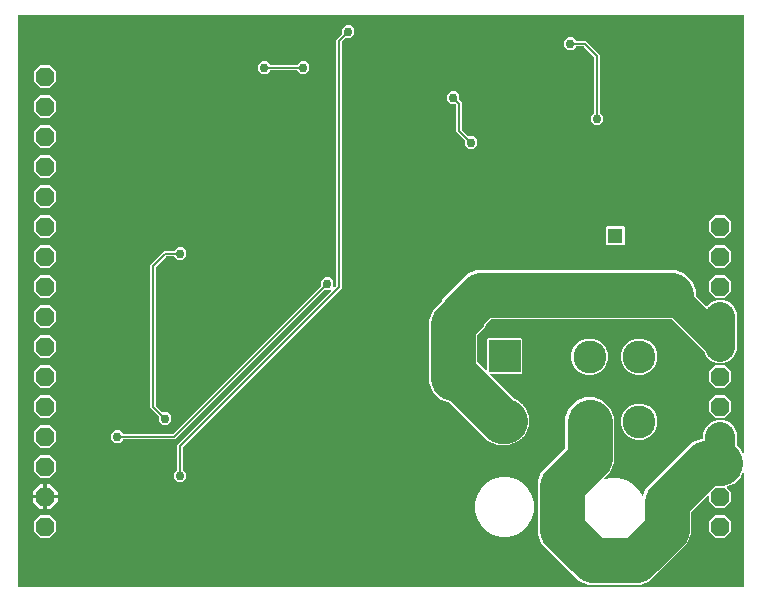
<source format=gbr>
G04 EAGLE Gerber RS-274X export*
G75*
%MOMM*%
%FSLAX34Y34*%
%LPD*%
%INBottom Copper*%
%IPPOS*%
%AMOC8*
5,1,8,0,0,1.08239X$1,22.5*%
G01*
%ADD10P,1.732040X8X22.500000*%
%ADD11C,2.775000*%
%ADD12R,2.705100X2.705100*%
%ADD13R,1.308000X1.308000*%
%ADD14C,1.308000*%
%ADD15C,0.756400*%
%ADD16C,0.152400*%
%ADD17C,2.540000*%
%ADD18C,3.810000*%

G36*
X623898Y10164D02*
X623898Y10164D01*
X623917Y10162D01*
X624019Y10184D01*
X624121Y10200D01*
X624138Y10210D01*
X624158Y10214D01*
X624247Y10267D01*
X624338Y10316D01*
X624352Y10330D01*
X624369Y10340D01*
X624436Y10419D01*
X624508Y10494D01*
X624516Y10512D01*
X624529Y10527D01*
X624568Y10623D01*
X624611Y10717D01*
X624613Y10737D01*
X624621Y10755D01*
X624639Y10922D01*
X624639Y105916D01*
X624624Y106012D01*
X624614Y106109D01*
X624604Y106133D01*
X624600Y106159D01*
X624554Y106245D01*
X624514Y106334D01*
X624497Y106353D01*
X624484Y106376D01*
X624414Y106443D01*
X624348Y106515D01*
X624325Y106527D01*
X624306Y106545D01*
X624218Y106586D01*
X624132Y106633D01*
X624107Y106638D01*
X624083Y106649D01*
X623986Y106660D01*
X623890Y106677D01*
X623864Y106673D01*
X623839Y106676D01*
X623743Y106655D01*
X623647Y106641D01*
X623624Y106629D01*
X623598Y106624D01*
X623515Y106574D01*
X623428Y106530D01*
X623409Y106511D01*
X623387Y106498D01*
X623324Y106424D01*
X623256Y106354D01*
X623240Y106326D01*
X623227Y106311D01*
X623215Y106280D01*
X623175Y106207D01*
X621962Y103280D01*
X616175Y97493D01*
X610640Y95200D01*
X610601Y95176D01*
X610558Y95160D01*
X610497Y95111D01*
X610431Y95070D01*
X610402Y95035D01*
X610366Y95006D01*
X610324Y94941D01*
X610274Y94881D01*
X610258Y94838D01*
X610233Y94799D01*
X610214Y94724D01*
X610186Y94651D01*
X610184Y94605D01*
X610173Y94561D01*
X610179Y94483D01*
X610175Y94406D01*
X610188Y94361D01*
X610192Y94316D01*
X610222Y94244D01*
X610244Y94169D01*
X610270Y94132D01*
X610288Y94089D01*
X610374Y93983D01*
X610384Y93967D01*
X610388Y93964D01*
X610393Y93958D01*
X614046Y90306D01*
X614046Y82414D01*
X608466Y76834D01*
X600574Y76834D01*
X594994Y82414D01*
X594994Y86311D01*
X594993Y86320D01*
X594993Y86325D01*
X594988Y86351D01*
X594983Y86381D01*
X594981Y86453D01*
X594963Y86502D01*
X594955Y86553D01*
X594921Y86617D01*
X594896Y86684D01*
X594864Y86725D01*
X594839Y86771D01*
X594787Y86820D01*
X594743Y86876D01*
X594699Y86904D01*
X594661Y86940D01*
X594596Y86970D01*
X594536Y87009D01*
X594485Y87022D01*
X594438Y87044D01*
X594367Y87052D01*
X594297Y87069D01*
X594245Y87065D01*
X594194Y87071D01*
X594123Y87056D01*
X594052Y87050D01*
X594004Y87030D01*
X593953Y87019D01*
X593892Y86982D01*
X593826Y86954D01*
X593770Y86909D01*
X593742Y86892D01*
X593727Y86875D01*
X593695Y86849D01*
X580198Y73352D01*
X580145Y73278D01*
X580085Y73208D01*
X580073Y73178D01*
X580054Y73152D01*
X580027Y73065D01*
X579993Y72980D01*
X579989Y72939D01*
X579982Y72917D01*
X579983Y72885D01*
X579975Y72814D01*
X579975Y54351D01*
X576842Y46789D01*
X545011Y14958D01*
X537449Y11825D01*
X492431Y11825D01*
X484869Y14958D01*
X453038Y46789D01*
X449905Y54351D01*
X449905Y99369D01*
X453038Y106931D01*
X473142Y127035D01*
X473195Y127109D01*
X473255Y127179D01*
X473267Y127209D01*
X473286Y127235D01*
X473313Y127322D01*
X473347Y127407D01*
X473351Y127448D01*
X473358Y127470D01*
X473357Y127502D01*
X473365Y127574D01*
X473365Y153953D01*
X476498Y161515D01*
X482285Y167302D01*
X489847Y170435D01*
X498033Y170435D01*
X505595Y167302D01*
X511382Y161515D01*
X514515Y153953D01*
X514515Y114643D01*
X511382Y107081D01*
X506742Y102441D01*
X506714Y102402D01*
X506679Y102370D01*
X506643Y102303D01*
X506599Y102241D01*
X506585Y102196D01*
X506562Y102153D01*
X506549Y102079D01*
X506526Y102006D01*
X506528Y101958D01*
X506519Y101911D01*
X506531Y101836D01*
X506533Y101760D01*
X506549Y101715D01*
X506556Y101668D01*
X506591Y101601D01*
X506617Y101529D01*
X506647Y101492D01*
X506669Y101449D01*
X506723Y101397D01*
X506771Y101337D01*
X506811Y101311D01*
X506846Y101278D01*
X506914Y101245D01*
X506978Y101204D01*
X507024Y101193D01*
X507068Y101172D01*
X507143Y101163D01*
X507216Y101144D01*
X507264Y101148D01*
X507312Y101142D01*
X507439Y101162D01*
X507462Y101163D01*
X507468Y101166D01*
X507478Y101168D01*
X511595Y102271D01*
X518285Y102271D01*
X524748Y100539D01*
X530543Y97194D01*
X535274Y92463D01*
X538190Y87411D01*
X538204Y87394D01*
X538213Y87374D01*
X538245Y87339D01*
X538258Y87317D01*
X538287Y87292D01*
X538346Y87221D01*
X538365Y87209D01*
X538380Y87193D01*
X538469Y87144D01*
X538554Y87090D01*
X538576Y87085D01*
X538595Y87074D01*
X538695Y87056D01*
X538794Y87032D01*
X538815Y87034D01*
X538837Y87030D01*
X538938Y87045D01*
X539039Y87054D01*
X539059Y87063D01*
X539080Y87066D01*
X539171Y87112D01*
X539264Y87153D01*
X539280Y87168D01*
X539300Y87178D01*
X539371Y87250D01*
X539446Y87318D01*
X539457Y87337D01*
X539472Y87353D01*
X539553Y87500D01*
X541958Y93306D01*
X581029Y132377D01*
X588591Y135510D01*
X589534Y135510D01*
X589554Y135513D01*
X589573Y135511D01*
X589675Y135533D01*
X589777Y135549D01*
X589794Y135559D01*
X589814Y135563D01*
X589903Y135616D01*
X589994Y135665D01*
X590008Y135679D01*
X590025Y135689D01*
X590092Y135768D01*
X590164Y135843D01*
X590172Y135861D01*
X590185Y135876D01*
X590223Y135972D01*
X590267Y136066D01*
X590269Y136086D01*
X590277Y136104D01*
X590295Y136271D01*
X590295Y139989D01*
X592461Y145218D01*
X596462Y149219D01*
X601691Y151385D01*
X607349Y151385D01*
X612578Y149219D01*
X616579Y145218D01*
X618745Y139989D01*
X618745Y130123D01*
X618759Y130033D01*
X618767Y129942D01*
X618779Y129912D01*
X618784Y129880D01*
X618827Y129799D01*
X618863Y129715D01*
X618889Y129683D01*
X618900Y129663D01*
X618923Y129640D01*
X618968Y129584D01*
X621962Y126590D01*
X623175Y123663D01*
X623226Y123580D01*
X623272Y123494D01*
X623290Y123476D01*
X623304Y123454D01*
X623380Y123392D01*
X623450Y123325D01*
X623474Y123314D01*
X623494Y123297D01*
X623585Y123262D01*
X623673Y123221D01*
X623699Y123218D01*
X623723Y123209D01*
X623821Y123205D01*
X623917Y123194D01*
X623943Y123199D01*
X623969Y123198D01*
X624063Y123225D01*
X624158Y123246D01*
X624180Y123260D01*
X624205Y123267D01*
X624285Y123322D01*
X624369Y123372D01*
X624386Y123392D01*
X624407Y123407D01*
X624466Y123485D01*
X624529Y123559D01*
X624539Y123584D01*
X624554Y123605D01*
X624584Y123697D01*
X624621Y123787D01*
X624624Y123820D01*
X624630Y123838D01*
X624630Y123871D01*
X624639Y123954D01*
X624639Y493778D01*
X624636Y493798D01*
X624638Y493817D01*
X624616Y493919D01*
X624600Y494021D01*
X624590Y494038D01*
X624586Y494058D01*
X624533Y494147D01*
X624484Y494238D01*
X624470Y494252D01*
X624460Y494269D01*
X624381Y494336D01*
X624306Y494408D01*
X624288Y494416D01*
X624273Y494429D01*
X624177Y494468D01*
X624083Y494511D01*
X624063Y494513D01*
X624045Y494521D01*
X623878Y494539D01*
X10922Y494539D01*
X10902Y494536D01*
X10883Y494538D01*
X10781Y494516D01*
X10679Y494500D01*
X10662Y494490D01*
X10642Y494486D01*
X10553Y494433D01*
X10462Y494384D01*
X10448Y494370D01*
X10431Y494360D01*
X10364Y494281D01*
X10292Y494206D01*
X10284Y494188D01*
X10271Y494173D01*
X10232Y494077D01*
X10189Y493983D01*
X10187Y493963D01*
X10179Y493945D01*
X10161Y493778D01*
X10161Y10922D01*
X10164Y10902D01*
X10162Y10883D01*
X10184Y10781D01*
X10200Y10679D01*
X10210Y10662D01*
X10214Y10642D01*
X10267Y10553D01*
X10316Y10462D01*
X10330Y10448D01*
X10340Y10431D01*
X10419Y10364D01*
X10494Y10292D01*
X10512Y10284D01*
X10527Y10271D01*
X10623Y10232D01*
X10717Y10189D01*
X10737Y10187D01*
X10755Y10179D01*
X10922Y10161D01*
X623878Y10161D01*
X623898Y10164D01*
G37*
%LPC*%
G36*
X415746Y129971D02*
X415746Y129971D01*
X408184Y133103D01*
X375169Y166118D01*
X375095Y166171D01*
X375026Y166231D01*
X374996Y166243D01*
X374970Y166262D01*
X374883Y166289D01*
X374798Y166323D01*
X374757Y166327D01*
X374734Y166334D01*
X374702Y166333D01*
X374631Y166341D01*
X374367Y166341D01*
X366805Y169474D01*
X361018Y175261D01*
X357885Y182823D01*
X357885Y236348D01*
X361018Y243910D01*
X369019Y251912D01*
X369057Y251965D01*
X369103Y252012D01*
X369144Y252085D01*
X369163Y252111D01*
X369168Y252130D01*
X369184Y252159D01*
X370134Y254451D01*
X390465Y274782D01*
X398027Y277915D01*
X567173Y277915D01*
X574735Y274782D01*
X580522Y268995D01*
X583655Y261433D01*
X583655Y257197D01*
X583669Y257107D01*
X583677Y257016D01*
X583689Y256987D01*
X583694Y256955D01*
X583737Y256874D01*
X583773Y256790D01*
X583799Y256758D01*
X583810Y256737D01*
X583833Y256715D01*
X583878Y256659D01*
X592552Y247985D01*
X592568Y247973D01*
X592580Y247958D01*
X592668Y247902D01*
X592751Y247842D01*
X592770Y247836D01*
X592787Y247825D01*
X592888Y247800D01*
X592987Y247769D01*
X593006Y247770D01*
X593026Y247765D01*
X593129Y247773D01*
X593232Y247776D01*
X593251Y247782D01*
X593271Y247784D01*
X593366Y247824D01*
X593463Y247860D01*
X593479Y247873D01*
X593497Y247880D01*
X593628Y247985D01*
X596462Y250819D01*
X601691Y252985D01*
X607349Y252985D01*
X612578Y250819D01*
X616579Y246818D01*
X618745Y241589D01*
X618745Y210531D01*
X616579Y205302D01*
X612578Y201301D01*
X607349Y199135D01*
X601691Y199135D01*
X596462Y201301D01*
X592461Y205302D01*
X590723Y209498D01*
X590688Y209554D01*
X590663Y209614D01*
X590611Y209679D01*
X590593Y209708D01*
X590578Y209720D01*
X590558Y209745D01*
X563761Y236542D01*
X563687Y236595D01*
X563617Y236655D01*
X563587Y236667D01*
X563561Y236686D01*
X563474Y236713D01*
X563389Y236747D01*
X563348Y236751D01*
X563326Y236758D01*
X563294Y236757D01*
X563223Y236765D01*
X410958Y236765D01*
X410868Y236751D01*
X410777Y236743D01*
X410747Y236731D01*
X410715Y236726D01*
X410634Y236683D01*
X410550Y236647D01*
X410518Y236621D01*
X410498Y236610D01*
X410475Y236587D01*
X410419Y236542D01*
X406133Y232256D01*
X406095Y232203D01*
X406049Y232156D01*
X406008Y232083D01*
X405989Y232056D01*
X405984Y232038D01*
X405968Y232009D01*
X405018Y229717D01*
X399258Y223956D01*
X399205Y223882D01*
X399145Y223813D01*
X399133Y223782D01*
X399114Y223756D01*
X399087Y223669D01*
X399053Y223584D01*
X399049Y223544D01*
X399042Y223521D01*
X399043Y223489D01*
X399035Y223418D01*
X399035Y200762D01*
X399049Y200672D01*
X399057Y200581D01*
X399069Y200551D01*
X399074Y200520D01*
X399117Y200439D01*
X399153Y200355D01*
X399179Y200323D01*
X399190Y200302D01*
X399213Y200280D01*
X399258Y200224D01*
X405659Y193823D01*
X405717Y193781D01*
X405769Y193732D01*
X405816Y193710D01*
X405858Y193680D01*
X405927Y193658D01*
X405992Y193628D01*
X406044Y193623D01*
X406093Y193607D01*
X406165Y193609D01*
X406236Y193601D01*
X406287Y193612D01*
X406339Y193614D01*
X406407Y193638D01*
X406477Y193653D01*
X406521Y193680D01*
X406570Y193698D01*
X406626Y193743D01*
X406688Y193780D01*
X406722Y193819D01*
X406762Y193852D01*
X406801Y193912D01*
X406848Y193967D01*
X406867Y194015D01*
X406895Y194059D01*
X406913Y194128D01*
X406940Y194195D01*
X406948Y194266D01*
X406955Y194297D01*
X406954Y194320D01*
X406958Y194361D01*
X406958Y219821D01*
X407851Y220714D01*
X436165Y220714D01*
X437059Y219821D01*
X437059Y191507D01*
X436165Y190614D01*
X410706Y190614D01*
X410635Y190602D01*
X410563Y190600D01*
X410515Y190582D01*
X410463Y190574D01*
X410400Y190540D01*
X410332Y190516D01*
X410292Y190483D01*
X410246Y190459D01*
X410196Y190407D01*
X410140Y190362D01*
X410112Y190318D01*
X410076Y190280D01*
X410046Y190215D01*
X410007Y190155D01*
X409995Y190104D01*
X409973Y190057D01*
X409965Y189986D01*
X409947Y189917D01*
X409951Y189865D01*
X409946Y189813D01*
X409961Y189743D01*
X409967Y189671D01*
X409987Y189623D01*
X409998Y189572D01*
X410035Y189511D01*
X410063Y189445D01*
X410108Y189389D01*
X410124Y189361D01*
X410142Y189346D01*
X410168Y189314D01*
X429852Y169629D01*
X429905Y169591D01*
X429952Y169545D01*
X430025Y169505D01*
X430052Y169486D01*
X430071Y169480D01*
X430099Y169464D01*
X433663Y167988D01*
X435832Y165819D01*
X435906Y165766D01*
X435976Y165706D01*
X436006Y165694D01*
X436032Y165675D01*
X436110Y165651D01*
X437101Y164661D01*
X437141Y164584D01*
X437177Y164501D01*
X437202Y164468D01*
X437213Y164448D01*
X437237Y164426D01*
X437282Y164370D01*
X439451Y162200D01*
X442583Y154638D01*
X442583Y146453D01*
X439451Y138891D01*
X437282Y136722D01*
X437228Y136648D01*
X437169Y136579D01*
X437157Y136548D01*
X437138Y136522D01*
X437114Y136444D01*
X436123Y135453D01*
X436047Y135413D01*
X435963Y135377D01*
X435931Y135352D01*
X435910Y135341D01*
X435888Y135317D01*
X435832Y135273D01*
X433663Y133103D01*
X426101Y129971D01*
X415746Y129971D01*
G37*
%LPD*%
%LPC*%
G36*
X145122Y98833D02*
X145122Y98833D01*
X142013Y101942D01*
X142013Y106338D01*
X144810Y109135D01*
X144863Y109209D01*
X144923Y109279D01*
X144935Y109309D01*
X144954Y109335D01*
X144981Y109422D01*
X145015Y109507D01*
X145019Y109548D01*
X145026Y109570D01*
X145025Y109602D01*
X145033Y109673D01*
X145033Y130487D01*
X146596Y132050D01*
X274640Y260094D01*
X274682Y260152D01*
X274731Y260204D01*
X274753Y260251D01*
X274783Y260293D01*
X274804Y260362D01*
X274835Y260427D01*
X274840Y260479D01*
X274856Y260529D01*
X274854Y260600D01*
X274862Y260671D01*
X274851Y260722D01*
X274849Y260774D01*
X274825Y260842D01*
X274810Y260912D01*
X274783Y260956D01*
X274765Y261005D01*
X274720Y261061D01*
X274683Y261123D01*
X274644Y261157D01*
X274611Y261197D01*
X274551Y261236D01*
X274496Y261283D01*
X274448Y261302D01*
X274404Y261330D01*
X274335Y261348D01*
X274268Y261375D01*
X274197Y261383D01*
X274166Y261391D01*
X274142Y261389D01*
X274102Y261393D01*
X270023Y261393D01*
X269932Y261379D01*
X269842Y261371D01*
X269812Y261359D01*
X269780Y261354D01*
X269699Y261311D01*
X269615Y261275D01*
X269583Y261249D01*
X269562Y261238D01*
X269544Y261219D01*
X269542Y261218D01*
X269536Y261212D01*
X269484Y261170D01*
X143187Y134873D01*
X99513Y134873D01*
X99423Y134859D01*
X99332Y134851D01*
X99303Y134839D01*
X99271Y134834D01*
X99190Y134791D01*
X99106Y134755D01*
X99074Y134729D01*
X99053Y134718D01*
X99031Y134695D01*
X98975Y134650D01*
X96178Y131853D01*
X91782Y131853D01*
X88673Y134962D01*
X88673Y139358D01*
X91782Y142467D01*
X96178Y142467D01*
X98975Y139670D01*
X99049Y139617D01*
X99119Y139557D01*
X99149Y139545D01*
X99175Y139526D01*
X99262Y139499D01*
X99347Y139465D01*
X99388Y139461D01*
X99410Y139454D01*
X99442Y139455D01*
X99513Y139447D01*
X140977Y139447D01*
X141068Y139461D01*
X141158Y139469D01*
X141188Y139481D01*
X141220Y139486D01*
X141301Y139529D01*
X141385Y139565D01*
X141417Y139591D01*
X141438Y139602D01*
X141460Y139625D01*
X141516Y139670D01*
X266250Y264404D01*
X266303Y264478D01*
X266363Y264548D01*
X266375Y264578D01*
X266394Y264604D01*
X266421Y264691D01*
X266455Y264776D01*
X266459Y264817D01*
X266466Y264839D01*
X266465Y264871D01*
X266473Y264943D01*
X266473Y268898D01*
X269582Y272007D01*
X273978Y272007D01*
X277087Y268898D01*
X277087Y264378D01*
X277098Y264308D01*
X277100Y264236D01*
X277118Y264187D01*
X277126Y264136D01*
X277160Y264072D01*
X277185Y264005D01*
X277217Y263964D01*
X277242Y263918D01*
X277294Y263869D01*
X277338Y263813D01*
X277382Y263785D01*
X277420Y263749D01*
X277485Y263719D01*
X277545Y263680D01*
X277596Y263667D01*
X277643Y263645D01*
X277714Y263637D01*
X277784Y263620D01*
X277836Y263624D01*
X277887Y263618D01*
X277958Y263633D01*
X278029Y263639D01*
X278077Y263659D01*
X278128Y263670D01*
X278189Y263707D01*
X278255Y263735D01*
X278311Y263780D01*
X278339Y263797D01*
X278354Y263814D01*
X278386Y263840D01*
X279430Y264884D01*
X279483Y264958D01*
X279543Y265028D01*
X279555Y265058D01*
X279574Y265084D01*
X279601Y265171D01*
X279635Y265256D01*
X279639Y265297D01*
X279646Y265319D01*
X279645Y265351D01*
X279653Y265423D01*
X279653Y473387D01*
X284030Y477764D01*
X284083Y477838D01*
X284143Y477908D01*
X284155Y477938D01*
X284174Y477964D01*
X284201Y478051D01*
X284235Y478136D01*
X284239Y478177D01*
X284246Y478199D01*
X284245Y478231D01*
X284253Y478303D01*
X284253Y482258D01*
X287362Y485367D01*
X291758Y485367D01*
X294867Y482258D01*
X294867Y477862D01*
X291758Y474753D01*
X287803Y474753D01*
X287712Y474739D01*
X287622Y474731D01*
X287592Y474719D01*
X287560Y474714D01*
X287479Y474671D01*
X287395Y474635D01*
X287363Y474609D01*
X287342Y474598D01*
X287320Y474575D01*
X287264Y474530D01*
X284450Y471716D01*
X284397Y471642D01*
X284337Y471572D01*
X284325Y471542D01*
X284306Y471516D01*
X284279Y471429D01*
X284245Y471344D01*
X284241Y471303D01*
X284234Y471281D01*
X284235Y471249D01*
X284227Y471177D01*
X284227Y263213D01*
X149830Y128816D01*
X149777Y128742D01*
X149717Y128672D01*
X149705Y128642D01*
X149686Y128616D01*
X149659Y128529D01*
X149625Y128444D01*
X149621Y128403D01*
X149614Y128381D01*
X149615Y128349D01*
X149607Y128277D01*
X149607Y109673D01*
X149621Y109583D01*
X149629Y109492D01*
X149641Y109463D01*
X149646Y109431D01*
X149689Y109350D01*
X149725Y109266D01*
X149751Y109234D01*
X149762Y109213D01*
X149785Y109191D01*
X149830Y109135D01*
X152627Y106338D01*
X152627Y101942D01*
X149518Y98833D01*
X145122Y98833D01*
G37*
%LPD*%
%LPC*%
G36*
X418698Y52501D02*
X418698Y52501D01*
X412302Y54215D01*
X406568Y57525D01*
X401886Y62207D01*
X398575Y67941D01*
X396862Y74337D01*
X396862Y80958D01*
X398575Y87354D01*
X401886Y93088D01*
X406568Y97770D01*
X412302Y101081D01*
X418698Y102795D01*
X425319Y102795D01*
X431715Y101081D01*
X437449Y97770D01*
X442131Y93088D01*
X445441Y87354D01*
X447155Y80958D01*
X447155Y74337D01*
X445441Y67941D01*
X442131Y62207D01*
X437449Y57525D01*
X431715Y54215D01*
X425319Y52501D01*
X418698Y52501D01*
G37*
%LPD*%
%LPC*%
G36*
X132422Y147093D02*
X132422Y147093D01*
X129313Y150202D01*
X129313Y154157D01*
X129299Y154248D01*
X129291Y154338D01*
X129279Y154368D01*
X129274Y154400D01*
X129231Y154481D01*
X129195Y154565D01*
X129169Y154597D01*
X129158Y154618D01*
X129135Y154640D01*
X129090Y154696D01*
X122173Y161613D01*
X122173Y282887D01*
X133673Y294387D01*
X141787Y294387D01*
X141877Y294401D01*
X141968Y294409D01*
X141997Y294421D01*
X142029Y294426D01*
X142110Y294469D01*
X142194Y294505D01*
X142226Y294531D01*
X142247Y294542D01*
X142269Y294565D01*
X142325Y294610D01*
X145122Y297407D01*
X149518Y297407D01*
X152627Y294298D01*
X152627Y289902D01*
X149518Y286793D01*
X145122Y286793D01*
X142325Y289590D01*
X142251Y289643D01*
X142181Y289703D01*
X142151Y289715D01*
X142125Y289734D01*
X142038Y289761D01*
X141953Y289795D01*
X141912Y289799D01*
X141890Y289806D01*
X141858Y289805D01*
X141787Y289813D01*
X135883Y289813D01*
X135792Y289799D01*
X135702Y289791D01*
X135672Y289779D01*
X135640Y289774D01*
X135559Y289731D01*
X135475Y289695D01*
X135443Y289669D01*
X135422Y289658D01*
X135400Y289635D01*
X135344Y289590D01*
X126970Y281216D01*
X126917Y281142D01*
X126857Y281072D01*
X126845Y281042D01*
X126826Y281016D01*
X126799Y280929D01*
X126765Y280844D01*
X126761Y280803D01*
X126754Y280781D01*
X126755Y280749D01*
X126747Y280677D01*
X126747Y163823D01*
X126761Y163732D01*
X126769Y163642D01*
X126781Y163612D01*
X126786Y163580D01*
X126829Y163499D01*
X126865Y163415D01*
X126891Y163383D01*
X126902Y163362D01*
X126925Y163340D01*
X126970Y163284D01*
X132324Y157930D01*
X132398Y157877D01*
X132468Y157817D01*
X132498Y157805D01*
X132524Y157786D01*
X132611Y157759D01*
X132696Y157725D01*
X132737Y157721D01*
X132759Y157714D01*
X132791Y157715D01*
X132863Y157707D01*
X136818Y157707D01*
X139927Y154598D01*
X139927Y150202D01*
X136818Y147093D01*
X132422Y147093D01*
G37*
%LPD*%
%LPC*%
G36*
X490877Y189460D02*
X490877Y189460D01*
X485217Y191805D01*
X480885Y196137D01*
X478540Y201797D01*
X478540Y207923D01*
X480885Y213583D01*
X485217Y217915D01*
X490877Y220260D01*
X497003Y220260D01*
X502663Y217915D01*
X506995Y213583D01*
X509340Y207923D01*
X509340Y201797D01*
X506995Y196137D01*
X502663Y191805D01*
X497003Y189460D01*
X490877Y189460D01*
G37*
%LPD*%
%LPC*%
G36*
X532877Y189460D02*
X532877Y189460D01*
X527217Y191805D01*
X522885Y196137D01*
X520540Y201797D01*
X520540Y207923D01*
X522885Y213583D01*
X527217Y217915D01*
X532877Y220260D01*
X539003Y220260D01*
X544663Y217915D01*
X548995Y213583D01*
X551340Y207923D01*
X551340Y201797D01*
X548995Y196137D01*
X544663Y191805D01*
X539003Y189460D01*
X532877Y189460D01*
G37*
%LPD*%
%LPC*%
G36*
X532877Y134460D02*
X532877Y134460D01*
X527217Y136805D01*
X522885Y141137D01*
X520540Y146797D01*
X520540Y152923D01*
X522885Y158583D01*
X527217Y162915D01*
X532877Y165260D01*
X539003Y165260D01*
X544663Y162915D01*
X548995Y158583D01*
X551340Y152923D01*
X551340Y146797D01*
X548995Y141137D01*
X544663Y136805D01*
X539003Y134460D01*
X532877Y134460D01*
G37*
%LPD*%
%LPC*%
G36*
X498182Y401093D02*
X498182Y401093D01*
X495073Y404202D01*
X495073Y408598D01*
X497870Y411395D01*
X497923Y411469D01*
X497983Y411539D01*
X497995Y411569D01*
X498014Y411595D01*
X498041Y411682D01*
X498075Y411767D01*
X498079Y411808D01*
X498086Y411830D01*
X498085Y411862D01*
X498093Y411933D01*
X498093Y458478D01*
X498079Y458568D01*
X498071Y458659D01*
X498059Y458688D01*
X498054Y458720D01*
X498011Y458801D01*
X497975Y458885D01*
X497949Y458917D01*
X497938Y458938D01*
X497915Y458960D01*
X497870Y459016D01*
X489496Y467390D01*
X489422Y467443D01*
X489352Y467503D01*
X489322Y467515D01*
X489296Y467534D01*
X489209Y467561D01*
X489124Y467595D01*
X489083Y467599D01*
X489061Y467606D01*
X489029Y467605D01*
X488958Y467613D01*
X483053Y467613D01*
X482963Y467599D01*
X482872Y467591D01*
X482843Y467579D01*
X482811Y467574D01*
X482730Y467531D01*
X482646Y467495D01*
X482614Y467469D01*
X482593Y467458D01*
X482571Y467435D01*
X482515Y467390D01*
X479718Y464593D01*
X475322Y464593D01*
X472213Y467702D01*
X472213Y472098D01*
X475322Y475207D01*
X479718Y475207D01*
X482515Y472410D01*
X482589Y472357D01*
X482659Y472297D01*
X482689Y472285D01*
X482715Y472266D01*
X482802Y472239D01*
X482887Y472205D01*
X482928Y472201D01*
X482950Y472194D01*
X482982Y472195D01*
X483053Y472187D01*
X491167Y472187D01*
X492730Y470624D01*
X501104Y462250D01*
X502667Y460687D01*
X502667Y411933D01*
X502681Y411843D01*
X502689Y411752D01*
X502701Y411723D01*
X502706Y411691D01*
X502749Y411610D01*
X502785Y411526D01*
X502811Y411494D01*
X502822Y411473D01*
X502845Y411451D01*
X502890Y411395D01*
X505687Y408598D01*
X505687Y404202D01*
X502578Y401093D01*
X498182Y401093D01*
G37*
%LPD*%
%LPC*%
G36*
X391502Y380773D02*
X391502Y380773D01*
X388393Y383882D01*
X388393Y387837D01*
X388379Y387928D01*
X388371Y388018D01*
X388359Y388048D01*
X388354Y388080D01*
X388311Y388161D01*
X388275Y388245D01*
X388249Y388277D01*
X388238Y388298D01*
X388215Y388320D01*
X388170Y388376D01*
X381253Y395293D01*
X381253Y417837D01*
X381239Y417928D01*
X381231Y418018D01*
X381219Y418048D01*
X381214Y418080D01*
X381171Y418161D01*
X381135Y418245D01*
X381109Y418277D01*
X381098Y418298D01*
X381075Y418320D01*
X381030Y418376D01*
X380756Y418650D01*
X380682Y418703D01*
X380612Y418763D01*
X380582Y418775D01*
X380556Y418794D01*
X380469Y418821D01*
X380384Y418855D01*
X380343Y418859D01*
X380321Y418866D01*
X380289Y418865D01*
X380217Y418873D01*
X376262Y418873D01*
X373153Y421982D01*
X373153Y426378D01*
X376262Y429487D01*
X380658Y429487D01*
X383767Y426378D01*
X383767Y422423D01*
X383781Y422332D01*
X383789Y422242D01*
X383801Y422212D01*
X383806Y422180D01*
X383849Y422099D01*
X383885Y422015D01*
X383911Y421983D01*
X383922Y421962D01*
X383945Y421940D01*
X383990Y421884D01*
X385827Y420047D01*
X385827Y397503D01*
X385841Y397412D01*
X385849Y397322D01*
X385861Y397292D01*
X385866Y397260D01*
X385909Y397179D01*
X385945Y397095D01*
X385971Y397063D01*
X385982Y397042D01*
X386005Y397020D01*
X386050Y396964D01*
X391404Y391610D01*
X391478Y391557D01*
X391548Y391497D01*
X391578Y391485D01*
X391604Y391466D01*
X391691Y391439D01*
X391776Y391405D01*
X391817Y391401D01*
X391839Y391394D01*
X391871Y391395D01*
X391943Y391387D01*
X395898Y391387D01*
X399007Y388278D01*
X399007Y383882D01*
X395898Y380773D01*
X391502Y380773D01*
G37*
%LPD*%
%LPC*%
G36*
X29074Y381634D02*
X29074Y381634D01*
X23494Y387214D01*
X23494Y395106D01*
X29074Y400686D01*
X36966Y400686D01*
X42546Y395106D01*
X42546Y387214D01*
X36966Y381634D01*
X29074Y381634D01*
G37*
%LPD*%
%LPC*%
G36*
X29074Y356234D02*
X29074Y356234D01*
X23494Y361814D01*
X23494Y369706D01*
X29074Y375286D01*
X36966Y375286D01*
X42546Y369706D01*
X42546Y361814D01*
X36966Y356234D01*
X29074Y356234D01*
G37*
%LPD*%
%LPC*%
G36*
X29074Y330834D02*
X29074Y330834D01*
X23494Y336414D01*
X23494Y344306D01*
X29074Y349886D01*
X36966Y349886D01*
X42546Y344306D01*
X42546Y336414D01*
X36966Y330834D01*
X29074Y330834D01*
G37*
%LPD*%
%LPC*%
G36*
X600574Y305434D02*
X600574Y305434D01*
X594994Y311014D01*
X594994Y318906D01*
X600574Y324486D01*
X608466Y324486D01*
X614046Y318906D01*
X614046Y311014D01*
X608466Y305434D01*
X600574Y305434D01*
G37*
%LPD*%
%LPC*%
G36*
X29074Y305434D02*
X29074Y305434D01*
X23494Y311014D01*
X23494Y318906D01*
X29074Y324486D01*
X36966Y324486D01*
X42546Y318906D01*
X42546Y311014D01*
X36966Y305434D01*
X29074Y305434D01*
G37*
%LPD*%
%LPC*%
G36*
X600574Y280034D02*
X600574Y280034D01*
X594994Y285614D01*
X594994Y293506D01*
X600574Y299086D01*
X608466Y299086D01*
X614046Y293506D01*
X614046Y285614D01*
X608466Y280034D01*
X600574Y280034D01*
G37*
%LPD*%
%LPC*%
G36*
X29074Y280034D02*
X29074Y280034D01*
X23494Y285614D01*
X23494Y293506D01*
X29074Y299086D01*
X36966Y299086D01*
X42546Y293506D01*
X42546Y285614D01*
X36966Y280034D01*
X29074Y280034D01*
G37*
%LPD*%
%LPC*%
G36*
X600574Y254634D02*
X600574Y254634D01*
X594994Y260214D01*
X594994Y268106D01*
X600574Y273686D01*
X608466Y273686D01*
X614046Y268106D01*
X614046Y260214D01*
X608466Y254634D01*
X600574Y254634D01*
G37*
%LPD*%
%LPC*%
G36*
X29074Y254634D02*
X29074Y254634D01*
X23494Y260214D01*
X23494Y268106D01*
X29074Y273686D01*
X36966Y273686D01*
X42546Y268106D01*
X42546Y260214D01*
X36966Y254634D01*
X29074Y254634D01*
G37*
%LPD*%
%LPC*%
G36*
X29074Y229234D02*
X29074Y229234D01*
X23494Y234814D01*
X23494Y242706D01*
X29074Y248286D01*
X36966Y248286D01*
X42546Y242706D01*
X42546Y234814D01*
X36966Y229234D01*
X29074Y229234D01*
G37*
%LPD*%
%LPC*%
G36*
X29074Y203834D02*
X29074Y203834D01*
X23494Y209414D01*
X23494Y217306D01*
X29074Y222886D01*
X36966Y222886D01*
X42546Y217306D01*
X42546Y209414D01*
X36966Y203834D01*
X29074Y203834D01*
G37*
%LPD*%
%LPC*%
G36*
X600574Y178434D02*
X600574Y178434D01*
X594994Y184014D01*
X594994Y191906D01*
X600574Y197486D01*
X608466Y197486D01*
X614046Y191906D01*
X614046Y184014D01*
X608466Y178434D01*
X600574Y178434D01*
G37*
%LPD*%
%LPC*%
G36*
X29074Y178434D02*
X29074Y178434D01*
X23494Y184014D01*
X23494Y191906D01*
X29074Y197486D01*
X36966Y197486D01*
X42546Y191906D01*
X42546Y184014D01*
X36966Y178434D01*
X29074Y178434D01*
G37*
%LPD*%
%LPC*%
G36*
X600574Y153034D02*
X600574Y153034D01*
X594994Y158614D01*
X594994Y166506D01*
X600574Y172086D01*
X608466Y172086D01*
X614046Y166506D01*
X614046Y158614D01*
X608466Y153034D01*
X600574Y153034D01*
G37*
%LPD*%
%LPC*%
G36*
X29074Y153034D02*
X29074Y153034D01*
X23494Y158614D01*
X23494Y166506D01*
X29074Y172086D01*
X36966Y172086D01*
X42546Y166506D01*
X42546Y158614D01*
X36966Y153034D01*
X29074Y153034D01*
G37*
%LPD*%
%LPC*%
G36*
X29074Y432434D02*
X29074Y432434D01*
X23494Y438014D01*
X23494Y445906D01*
X29074Y451486D01*
X36966Y451486D01*
X42546Y445906D01*
X42546Y438014D01*
X36966Y432434D01*
X29074Y432434D01*
G37*
%LPD*%
%LPC*%
G36*
X29074Y127634D02*
X29074Y127634D01*
X23494Y133214D01*
X23494Y141106D01*
X29074Y146686D01*
X36966Y146686D01*
X42546Y141106D01*
X42546Y133214D01*
X36966Y127634D01*
X29074Y127634D01*
G37*
%LPD*%
%LPC*%
G36*
X29074Y102234D02*
X29074Y102234D01*
X23494Y107814D01*
X23494Y115706D01*
X29074Y121286D01*
X36966Y121286D01*
X42546Y115706D01*
X42546Y107814D01*
X36966Y102234D01*
X29074Y102234D01*
G37*
%LPD*%
%LPC*%
G36*
X29074Y407034D02*
X29074Y407034D01*
X23494Y412614D01*
X23494Y420506D01*
X29074Y426086D01*
X36966Y426086D01*
X42546Y420506D01*
X42546Y412614D01*
X36966Y407034D01*
X29074Y407034D01*
G37*
%LPD*%
%LPC*%
G36*
X600574Y51434D02*
X600574Y51434D01*
X594994Y57014D01*
X594994Y64906D01*
X600574Y70486D01*
X608466Y70486D01*
X614046Y64906D01*
X614046Y57014D01*
X608466Y51434D01*
X600574Y51434D01*
G37*
%LPD*%
%LPC*%
G36*
X29074Y51434D02*
X29074Y51434D01*
X23494Y57014D01*
X23494Y64906D01*
X29074Y70486D01*
X36966Y70486D01*
X42546Y64906D01*
X42546Y57014D01*
X36966Y51434D01*
X29074Y51434D01*
G37*
%LPD*%
%LPC*%
G36*
X216242Y444273D02*
X216242Y444273D01*
X213133Y447382D01*
X213133Y451778D01*
X216242Y454887D01*
X220638Y454887D01*
X223435Y452090D01*
X223509Y452037D01*
X223579Y451977D01*
X223609Y451965D01*
X223635Y451946D01*
X223722Y451919D01*
X223807Y451885D01*
X223848Y451881D01*
X223870Y451874D01*
X223902Y451875D01*
X223973Y451867D01*
X245927Y451867D01*
X246017Y451881D01*
X246108Y451889D01*
X246137Y451901D01*
X246169Y451906D01*
X246250Y451949D01*
X246334Y451985D01*
X246366Y452011D01*
X246387Y452022D01*
X246409Y452045D01*
X246465Y452090D01*
X249262Y454887D01*
X253658Y454887D01*
X256767Y451778D01*
X256767Y447382D01*
X253658Y444273D01*
X249262Y444273D01*
X246465Y447070D01*
X246391Y447123D01*
X246321Y447183D01*
X246291Y447195D01*
X246265Y447214D01*
X246178Y447241D01*
X246093Y447275D01*
X246052Y447279D01*
X246030Y447286D01*
X245998Y447285D01*
X245927Y447293D01*
X223973Y447293D01*
X223883Y447279D01*
X223792Y447271D01*
X223763Y447259D01*
X223731Y447254D01*
X223650Y447211D01*
X223566Y447175D01*
X223534Y447149D01*
X223513Y447138D01*
X223491Y447115D01*
X223435Y447070D01*
X220638Y444273D01*
X216242Y444273D01*
G37*
%LPD*%
%LPC*%
G36*
X508448Y299275D02*
X508448Y299275D01*
X507555Y300168D01*
X507555Y314512D01*
X508448Y315405D01*
X522792Y315405D01*
X523685Y314512D01*
X523685Y300168D01*
X522792Y299275D01*
X508448Y299275D01*
G37*
%LPD*%
%LPC*%
G36*
X34543Y87883D02*
X34543Y87883D01*
X34543Y96902D01*
X37387Y96902D01*
X43562Y90727D01*
X43562Y87883D01*
X34543Y87883D01*
G37*
%LPD*%
%LPC*%
G36*
X22478Y87883D02*
X22478Y87883D01*
X22478Y90727D01*
X28653Y96902D01*
X31497Y96902D01*
X31497Y87883D01*
X22478Y87883D01*
G37*
%LPD*%
%LPC*%
G36*
X34543Y75818D02*
X34543Y75818D01*
X34543Y84837D01*
X43562Y84837D01*
X43562Y81993D01*
X37387Y75818D01*
X34543Y75818D01*
G37*
%LPD*%
%LPC*%
G36*
X28653Y75818D02*
X28653Y75818D01*
X22478Y81993D01*
X22478Y84837D01*
X31497Y84837D01*
X31497Y75818D01*
X28653Y75818D01*
G37*
%LPD*%
%LPC*%
G36*
X33019Y86359D02*
X33019Y86359D01*
X33019Y86361D01*
X33021Y86361D01*
X33021Y86359D01*
X33019Y86359D01*
G37*
%LPD*%
D10*
X33020Y60960D03*
X33020Y86360D03*
X33020Y111760D03*
X33020Y137160D03*
X33020Y162560D03*
X33020Y187960D03*
X33020Y213360D03*
X33020Y238760D03*
X33020Y264160D03*
X33020Y289560D03*
X33020Y314960D03*
X33020Y340360D03*
X33020Y365760D03*
X33020Y391160D03*
X33020Y416560D03*
X33020Y441960D03*
X604520Y60960D03*
X604520Y86360D03*
X604520Y111760D03*
X604520Y137160D03*
X604520Y162560D03*
X604520Y187960D03*
X604520Y213360D03*
X604520Y238760D03*
X604520Y264160D03*
X604520Y289560D03*
X604520Y314960D03*
D11*
X535940Y149860D03*
X493940Y149860D03*
X535940Y204860D03*
X493940Y204860D03*
D12*
X422008Y150546D03*
X422008Y205664D03*
D13*
X515620Y307340D03*
D14*
X515620Y257340D03*
D15*
X271780Y266700D03*
D16*
X142240Y137160D01*
X93980Y137160D01*
D15*
X93980Y137160D03*
D17*
X604520Y213360D02*
X604520Y238760D01*
X604520Y215900D02*
X604520Y213360D01*
X604520Y215900D02*
X563080Y257340D01*
D18*
X515620Y257340D01*
X402120Y257340D01*
X387576Y242796D02*
X387576Y241371D01*
X378460Y232255D01*
X378460Y186916D01*
X383469Y186916D01*
X419839Y150546D02*
X422008Y150546D01*
X419839Y150546D02*
X383469Y186916D01*
X387576Y242796D02*
X402120Y257340D01*
D15*
X261620Y347980D03*
X86360Y381000D03*
X190500Y345440D03*
X200660Y287020D03*
X86360Y342900D03*
X317500Y429260D03*
X307340Y365760D03*
X551180Y426720D03*
X121920Y86360D03*
X368300Y482600D03*
X604520Y368300D03*
X220980Y165100D03*
X378460Y360680D03*
X363220Y251460D03*
X373380Y58420D03*
X182880Y205740D03*
X187960Y81280D03*
X68580Y322580D03*
X86360Y454660D03*
X373380Y162560D03*
X210820Y431800D03*
X375920Y447040D03*
X177800Y289560D03*
X487680Y398780D03*
X170180Y238760D03*
X134620Y152400D03*
D16*
X124460Y162560D02*
X124460Y281940D01*
X124460Y162560D02*
X134620Y152400D01*
X134620Y292100D02*
X147320Y292100D01*
X134620Y292100D02*
X124460Y281940D01*
D15*
X147320Y292100D03*
X147320Y104140D03*
D16*
X147320Y129540D02*
X281940Y264160D01*
X147320Y129540D02*
X147320Y104140D01*
X281940Y472440D02*
X289560Y480060D01*
X281940Y472440D02*
X281940Y264160D01*
D15*
X289560Y480060D03*
X477520Y469900D03*
D16*
X490220Y469900D02*
X500380Y459740D01*
X490220Y469900D02*
X477520Y469900D01*
X500380Y459740D02*
X500380Y406400D01*
D15*
X500380Y406400D03*
X218440Y449580D03*
D16*
X251460Y449580D01*
D15*
X251460Y449580D03*
X378460Y424180D03*
D16*
X383540Y419100D01*
X383540Y396240D01*
X393700Y386080D01*
D15*
X393700Y386080D03*
D17*
X604520Y114935D02*
X604520Y111760D01*
X604520Y114935D02*
X604520Y137160D01*
D18*
X470480Y95276D02*
X470480Y58444D01*
X496524Y32400D01*
X533356Y32400D01*
X559400Y58444D01*
X592684Y114935D02*
X604520Y114935D01*
X559400Y81651D02*
X559400Y58444D01*
X559400Y81651D02*
X592684Y114935D01*
X493940Y118736D02*
X493940Y149860D01*
X493940Y118736D02*
X470480Y95276D01*
M02*

</source>
